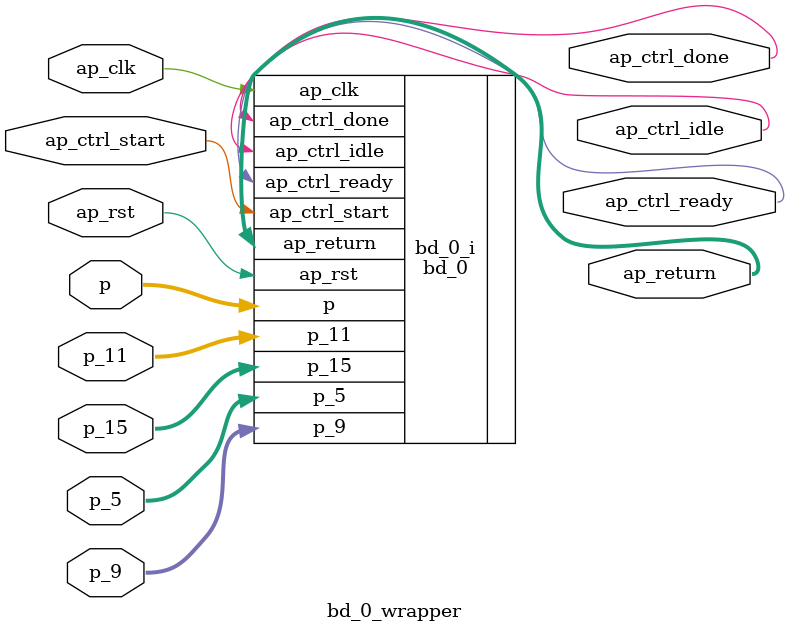
<source format=v>
`timescale 1 ps / 1 ps

module bd_0_wrapper
   (ap_clk,
    ap_ctrl_done,
    ap_ctrl_idle,
    ap_ctrl_ready,
    ap_ctrl_start,
    ap_return,
    ap_rst,
    p,
    p_11,
    p_15,
    p_5,
    p_9);
  input ap_clk;
  output ap_ctrl_done;
  output ap_ctrl_idle;
  output ap_ctrl_ready;
  input ap_ctrl_start;
  output [31:0]ap_return;
  input ap_rst;
  input [63:0]p;
  input [15:0]p_11;
  input [15:0]p_15;
  input [15:0]p_5;
  input [31:0]p_9;

  wire ap_clk;
  wire ap_ctrl_done;
  wire ap_ctrl_idle;
  wire ap_ctrl_ready;
  wire ap_ctrl_start;
  wire [31:0]ap_return;
  wire ap_rst;
  wire [63:0]p;
  wire [15:0]p_11;
  wire [15:0]p_15;
  wire [15:0]p_5;
  wire [31:0]p_9;

  bd_0 bd_0_i
       (.ap_clk(ap_clk),
        .ap_ctrl_done(ap_ctrl_done),
        .ap_ctrl_idle(ap_ctrl_idle),
        .ap_ctrl_ready(ap_ctrl_ready),
        .ap_ctrl_start(ap_ctrl_start),
        .ap_return(ap_return),
        .ap_rst(ap_rst),
        .p(p),
        .p_11(p_11),
        .p_15(p_15),
        .p_5(p_5),
        .p_9(p_9));
endmodule

</source>
